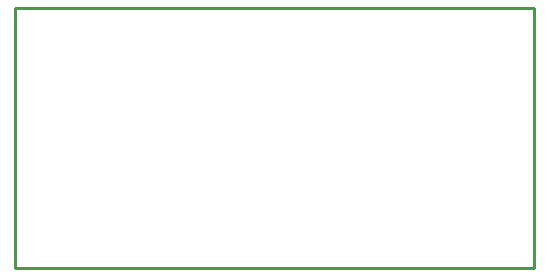
<source format=gm1>
G04*
G04 #@! TF.GenerationSoftware,Altium Limited,Altium Designer,21.9.2 (33)*
G04*
G04 Layer_Color=16711935*
%FSLAX25Y25*%
%MOIN*%
G70*
G04*
G04 #@! TF.SameCoordinates,6F936C73-BDDA-4E7B-AE90-99827B4021A3*
G04*
G04*
G04 #@! TF.FilePolarity,Positive*
G04*
G01*
G75*
%ADD29C,0.01000*%
D29*
Y86614D02*
X173228D01*
X0Y0D02*
Y86614D01*
X173228Y0D02*
Y86614D01*
X0Y0D02*
X173228D01*
M02*

</source>
